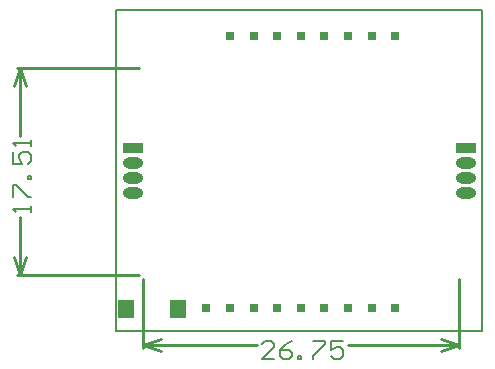
<source format=gts>
%FSLAX25Y25*%
%MOIN*%
G70*
G01*
G75*
G04 Layer_Color=8388736*
%ADD10C,0.01000*%
%ADD11R,0.04843X0.05354*%
%ADD12C,0.03000*%
%ADD13C,0.00500*%
%ADD14C,0.00600*%
%ADD15O,0.06000X0.03000*%
%ADD16R,0.06000X0.03000*%
%ADD17R,0.02362X0.02362*%
%ADD18C,0.02000*%
%ADD19C,0.05000*%
%ADD20R,0.03347X0.02756*%
%ADD21R,0.05118X0.03937*%
%ADD22R,0.02559X0.05315*%
%ADD23O,0.01772X0.05709*%
%ADD24R,0.05643X0.06154*%
%ADD25O,0.06800X0.03800*%
%ADD26R,0.06800X0.03800*%
%ADD27R,0.03162X0.03162*%
D10*
X105300Y-24400D02*
Y-1250D01*
X0Y-24400D02*
Y-1250D01*
X68291Y-23400D02*
X105300D01*
X0D02*
X38100D01*
X99300Y-21400D02*
X105300Y-23400D01*
X99300Y-25400D02*
X105300Y-23400D01*
X0D02*
X6000Y-25400D01*
X0Y-23400D02*
X6000Y-21400D01*
X-42000Y0D02*
X-1250D01*
X-42000Y68946D02*
X-1250D01*
X-41000Y0D02*
Y19277D01*
Y46469D02*
Y68946D01*
Y0D02*
X-39000Y6000D01*
X-43000D02*
X-41000Y0D01*
X-43000Y62946D02*
X-41000Y68946D01*
X-39000Y62946D01*
D13*
X-9055Y-18504D02*
Y88386D01*
X-8900D02*
X112992D01*
Y-18504D02*
Y88400D01*
X-9055Y-18504D02*
X113100D01*
D14*
X43699Y-28100D02*
X39700D01*
X43699Y-24101D01*
Y-23102D01*
X42699Y-22102D01*
X40700D01*
X39700Y-23102D01*
X49697Y-22102D02*
X47697Y-23102D01*
X45698Y-25101D01*
Y-27100D01*
X46698Y-28100D01*
X48697D01*
X49697Y-27100D01*
Y-26101D01*
X48697Y-25101D01*
X45698D01*
X51696Y-28100D02*
Y-27100D01*
X52696D01*
Y-28100D01*
X51696D01*
X56695Y-22102D02*
X60693D01*
Y-23102D01*
X56695Y-27100D01*
Y-28100D01*
X66691Y-22102D02*
X62693D01*
Y-25101D01*
X64692Y-24101D01*
X65692D01*
X66691Y-25101D01*
Y-27100D01*
X65692Y-28100D01*
X63692D01*
X62693Y-27100D01*
X-37401Y20877D02*
Y22876D01*
Y21877D01*
X-43399D01*
X-42399Y20877D01*
X-43399Y25875D02*
Y29874D01*
X-42399D01*
X-38401Y25875D01*
X-37401D01*
Y31873D02*
X-38401D01*
Y32873D01*
X-37401D01*
Y31873D01*
X-43399Y40870D02*
Y36872D01*
X-40400D01*
X-41400Y38871D01*
Y39871D01*
X-40400Y40870D01*
X-38401D01*
X-37401Y39871D01*
Y37871D01*
X-38401Y36872D01*
X-37401Y42870D02*
Y44869D01*
Y43869D01*
X-43399D01*
X-42399Y42870D01*
D24*
X-5602Y-11200D02*
D03*
X11602D02*
D03*
D25*
X-3400Y32500D02*
D03*
Y27500D02*
D03*
Y37500D02*
D03*
X107800Y32500D02*
D03*
Y27500D02*
D03*
Y37500D02*
D03*
D26*
X-3400Y42500D02*
D03*
X107800D02*
D03*
D27*
X84145Y-10932D02*
D03*
X76271D02*
D03*
X68397D02*
D03*
X60523D02*
D03*
X52649D02*
D03*
X44775D02*
D03*
X36901D02*
D03*
X29027D02*
D03*
X21153D02*
D03*
X29027Y79620D02*
D03*
X36901D02*
D03*
X44775D02*
D03*
X52649D02*
D03*
X60523D02*
D03*
X68397D02*
D03*
X76271D02*
D03*
X84145D02*
D03*
M02*

</source>
